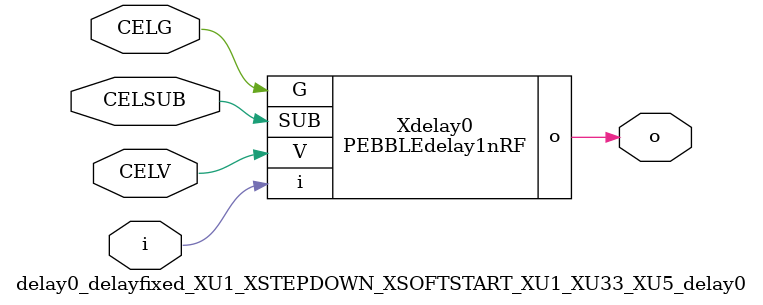
<source format=v>



module PEBBLEdelay1nRF ( o, V, G, i, SUB );

  input V;
  input i;
  input G;
  output o;
  input SUB;
endmodule

//Celera Confidential Do Not Copy delay0_delayfixed_XU1_XSTEPDOWN_XSOFTSTART_XU1_XU33_XU5_delay0
//TYPE: fixed 1ns
module delay0_delayfixed_XU1_XSTEPDOWN_XSOFTSTART_XU1_XU33_XU5_delay0 (i, CELV, o,
CELG,CELSUB);
input CELV;
input i;
output o;
input CELSUB;
input CELG;

//Celera Confidential Do Not Copy delayfast0
PEBBLEdelay1nRF Xdelay0(
.V (CELV),
.i (i),
.o (o),
.G (CELG),
.SUB (CELSUB)
);
//,diesize,PEBBLEdelay1nRF

//Celera Confidential Do Not Copy Module End
//Celera Schematic Generator
endmodule

</source>
